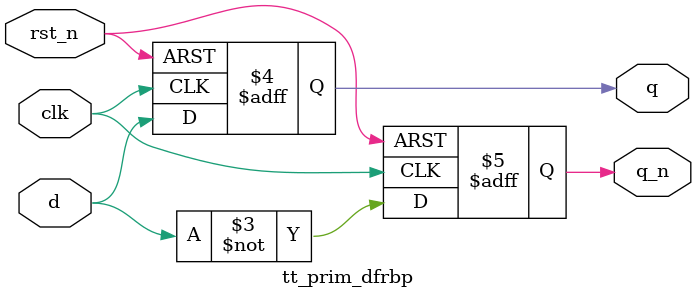
<source format=v>
/*
 * tt_prim_dfrbp.v
 *
 * TT Primitive
 * FF with positive edge clock, inverted reset, complementary outputs
 *
 * Author: Sylvain Munaut <tnt@246tNt.com>
 */

`default_nettype none

module tt_prim_dfrbp (
	input  wire d,
	output reg  q,
	output reg  q_n,
	input  wire clk,
	input  wire rst_n
);

	always @(posedge clk or negedge rst_n)
		if (~rst_n) begin
			q   <= 1'b0;
			q_n <= 1'b1;
		end else begin
			q   <=  d;
			q_n <= ~d;
		end

endmodule // tt_prim_dfrbp

</source>
